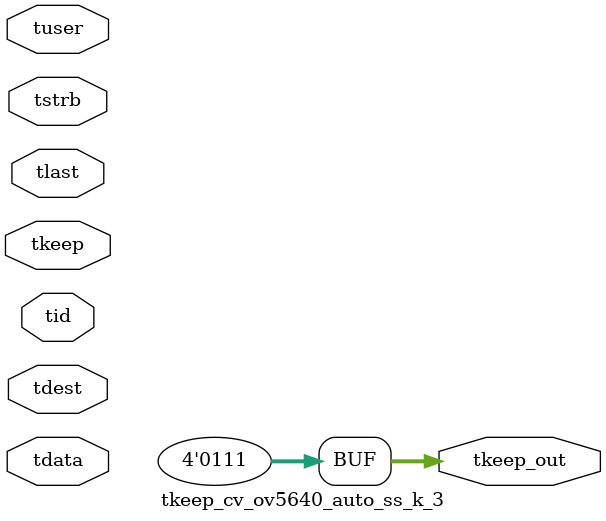
<source format=v>


`timescale 1ps/1ps

module tkeep_cv_ov5640_auto_ss_k_3 #
(
parameter C_S_AXIS_TDATA_WIDTH = 32,
parameter C_S_AXIS_TUSER_WIDTH = 0,
parameter C_S_AXIS_TID_WIDTH   = 0,
parameter C_S_AXIS_TDEST_WIDTH = 0,
parameter C_M_AXIS_TDATA_WIDTH = 32
)
(
input  [(C_S_AXIS_TDATA_WIDTH == 0 ? 1 : C_S_AXIS_TDATA_WIDTH)-1:0     ] tdata,
input  [(C_S_AXIS_TUSER_WIDTH == 0 ? 1 : C_S_AXIS_TUSER_WIDTH)-1:0     ] tuser,
input  [(C_S_AXIS_TID_WIDTH   == 0 ? 1 : C_S_AXIS_TID_WIDTH)-1:0       ] tid,
input  [(C_S_AXIS_TDEST_WIDTH == 0 ? 1 : C_S_AXIS_TDEST_WIDTH)-1:0     ] tdest,
input  [(C_S_AXIS_TDATA_WIDTH/8)-1:0 ] tkeep,
input  [(C_S_AXIS_TDATA_WIDTH/8)-1:0 ] tstrb,
input                                                                    tlast,
output [(C_M_AXIS_TDATA_WIDTH/8)-1:0 ] tkeep_out
);

assign tkeep_out = {3'b111};

endmodule


</source>
